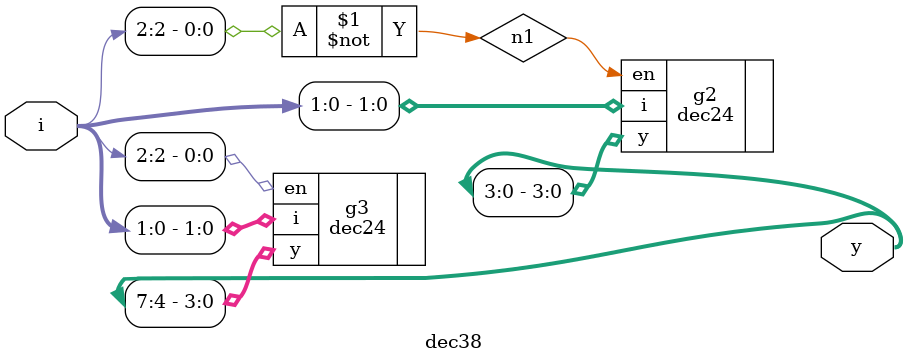
<source format=v>
`include "24dec.v"
module dec38(i,y);
input [2:0]i;
wire n1;
output [7:0]y;
not g1(n1,i[2]);
dec24 g2(.y({y[3],y[2],y[1],y[0]}),.i({i[1],i[0]}),.en(n1));
dec24 g3(.y({y[7],y[6],y[5],y[4]}),.i({i[1],i[0]}),.en(i[2]));
endmodule



</source>
